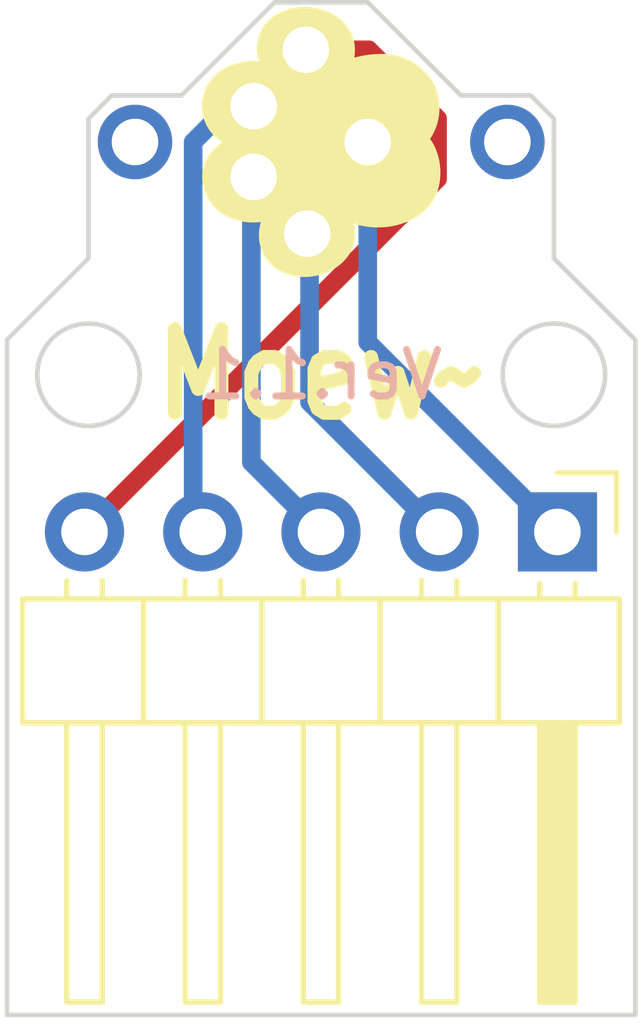
<source format=kicad_pcb>
(kicad_pcb (version 20211014) (generator pcbnew)
  (layers (0 "F.Cu" signal) (31 "B.Cu" signal) (34 "B.Paste" user) (35 "F.Paste" user) (36 "B.SilkS" user "B.Silkscreen") (37 "F.SilkS" user "F.Silkscreen") (38 "B.Mask" user) (39 "F.Mask" user) (44 "Edge.Cuts" user))
  (net 0 "")
  (net 1 "Net-(J1-Pad1)")
  (net 2 "Net-(J1-Pad2)")
  (net 3 "Net-(J1-Pad3)")
  (net 4 "Net-(J1-Pad4)")
  (net 5 "Net-(J1-Pad5)")
  (footprint "Connector_PinHeader_2.54mm:PinHeader_1x05_P2.54mm_Horizontal" (layer "F.Cu") (at 172.075 107.625 -90)
    (fp_text reference "J1" hide)
    (fp_text value "Conn_01x05_Male" hide)
    (fp_line (start 4.1 2.16) (end 10.1 2.16) (layer "F.SilkS") (width 0.12))
    (fp_line (start 1.11 0.38) (end 1.44 0.38) (layer "F.SilkS") (width 0.12))
    (fp_line (start 10.1 -0.38) (end 10.1 0.38) (layer "F.SilkS") (width 0.12))
    (fp_line (start 4.1 11.49) (end 4.1 -1.33) (layer "F.SilkS") (width 0.12))
    (fp_line (start 4.1 7.24) (end 10.1 7.24) (layer "F.SilkS") (width 0.12))
    (fp_line (start 4.1 9.78) (end 10.1 9.78) (layer "F.SilkS") (width 0.12))
    (fp_line (start 4.1 -0.2) (end 10.1 -0.2) (layer "F.SilkS") (width 0.12))
    (fp_line (start 10.1 10.54) (end 4.1 10.54) (layer "F.SilkS") (width 0.12))
    (fp_line (start 1.44 11.49) (end 4.1 11.49) (layer "F.SilkS") (width 0.12))
    (fp_line (start 1.042929 8) (end 1.44 8) (layer "F.SilkS") (width 0.12))
    (fp_line (start 10.1 8) (end 4.1 8) (layer "F.SilkS") (width 0.12))
    (fp_line (start 1.44 8.89) (end 4.1 8.89) (layer "F.SilkS") (width 0.12))
    (fp_line (start 10.1 2.16) (end 10.1 2.92) (layer "F.SilkS") (width 0.12))
    (fp_line (start 1.042929 7.24) (end 1.44 7.24) (layer "F.SilkS") (width 0.12))
    (fp_line (start 4.1 -1.33) (end 1.44 -1.33) (layer "F.SilkS") (width 0.12))
    (fp_line (start 4.1 0.16) (end 10.1 0.16) (layer "F.SilkS") (width 0.12))
    (fp_line (start 1.44 3.81) (end 4.1 3.81) (layer "F.SilkS") (width 0.12))
    (fp_line (start -1.27 0) (end -1.27 -1.27) (layer "F.SilkS") (width 0.12))
    (fp_line (start 10.1 9.78) (end 10.1 10.54) (layer "F.SilkS") (width 0.12))
    (fp_line (start 10.1 2.92) (end 4.1 2.92) (layer "F.SilkS") (width 0.12))
    (fp_line (start 1.042929 2.92) (end 1.44 2.92) (layer "F.SilkS") (width 0.12))
    (fp_line (start 4.1 -0.32) (end 10.1 -0.32) (layer "F.SilkS") (width 0.12))
    (fp_line (start 4.1 0.28) (end 10.1 0.28) (layer "F.SilkS") (width 0.12))
    (fp_line (start 1.11 -0.38) (end 1.44 -0.38) (layer "F.SilkS") (width 0.12))
    (fp_line (start 1.042929 10.54) (end 1.44 10.54) (layer "F.SilkS") (width 0.12))
    (fp_line (start 10.1 4.7) (end 10.1 5.46) (layer "F.SilkS") (width 0.12))
    (fp_line (start 4.1 4.7) (end 10.1 4.7) (layer "F.SilkS") (width 0.12))
    (fp_line (start 1.042929 4.7) (end 1.44 4.7) (layer "F.SilkS") (width 0.12))
    (fp_line (start 1.042929 5.46) (end 1.44 5.46) (layer "F.SilkS") (width 0.12))
    (fp_line (start 4.1 -0.08) (end 10.1 -0.08) (layer "F.SilkS") (width 0.12))
    (fp_line (start 1.042929 9.78) (end 1.44 9.78) (layer "F.SilkS") (width 0.12))
    (fp_line (start 10.1 7.24) (end 10.1 8) (layer "F.SilkS") (width 0.12))
    (fp_line (start 4.1 0.04) (end 10.1 0.04) (layer "F.SilkS") (width 0.12))
    (fp_line (start -1.27 -1.27) (end 0 -1.27) (layer "F.SilkS") (width 0.12))
    (fp_line (start 1.44 6.35) (end 4.1 6.35) (layer "F.SilkS") (width 0.12))
    (fp_line (start 1.44 1.27) (end 4.1 1.27) (layer "F.SilkS") (width 0.12))
    (fp_line (start 1.042929 2.16) (end 1.44 2.16) (layer "F.SilkS") (width 0.12))
    (fp_line (start 1.44 -1.33) (end 1.44 11.49) (layer "F.SilkS") (width 0.12))
    (fp_line (start 10.1 0.38) (end 4.1 0.38) (layer "F.SilkS") (width 0.12))
    (fp_line (start 10.1 5.46) (end 4.1 5.46) (layer "F.SilkS") (width 0.12))
    (fp_line (start 4.1 -0.38) (end 10.1 -0.38) (layer "F.SilkS") (width 0.12))
    (pad "1" thru_hole rect (at 0 0 270) (size 1.7 1.7) (drill 1) (layers *.Cu *.Mask) (net 1 "Net-(J1-Pad1)"))
    (pad "2" thru_hole oval (at 0 2.54 270) (size 1.7 1.7) (drill 1) (layers *.Cu *.Mask) (net 2 "Net-(J1-Pad2)"))
    (pad "3" thru_hole oval (at 0 5.08 270) (size 1.7 1.7) (drill 1) (layers *.Cu *.Mask) (net 3 "Net-(J1-Pad3)"))
    (pad "4" thru_hole oval (at 0 7.62 270) (size 1.7 1.7) (drill 1) (layers *.Cu *.Mask) (net 4 "Net-(J1-Pad4)"))
    (pad "5" thru_hole oval (at 0 10.16 270) (size 1.7 1.7) (drill 1) (layers *.Cu *.Mask) (net 5 "Net-(J1-Pad5)"))
  )
  (footprint "Local:moew_adapter" (layer "F.Cu") (at 167 99.25 90)
    (fp_text reference "J2" hide)
    (fp_text value "Conn_01x05_Male" hide)
    (fp_poly (pts (xy -2.155734 0.289718) (xy -2.191398 0.269556) (xy -2.225333 0.246418) (xy -2.257498 0.220495) (xy -2.287852 0.191979) (xy -2.316355 0.161061) (xy -2.342965 0.127933) (xy -2.367644 0.092786) (xy -2.390349 0.055811) (xy -2.41104 0.017201) (xy -2.429678 -0.022855) (xy -2.44622 -0.064163) (xy -2.460627 -0.106534) (xy -2.472858 -0.149774) (xy -2.482872 -0.193694) (xy -2.490629 -0.238101) (xy -2.496089 -0.282804) (xy -2.49921 -0.327612) (xy -2.499952 -0.372333) (xy -2.498274 -0.416775) (xy -2.494137 -0.460748) (xy -2.487499 -0.50406) (xy -2.478319 -0.546519) (xy -2.466558 -0.587934) (xy -2.452174 -0.628114) (xy -2.435127 -0.666866) (xy -2.415377 -0.704001) (xy -2.392882 -0.739325) (xy -2.367602 -0.772649) (xy -2.339498 -0.80378) (xy -2.308527 -0.832526) (xy -2.274649 -0.858698) (xy -2.237825 -0.882102) (xy -2.21519 -0.892844) (xy -2.192283 -0.902419) (xy -2.169142 -0.910838) (xy -2.145803 -0.918111) (xy -2.122303 -0.924248) (xy -2.098677 -0.929259) (xy -2.074964 -0.933153) (xy -2.051199 -0.935941) (xy -2.027419 -0.937633) (xy -2.003661 -0.938239) (xy -1.97996 -0.937769) (xy -1.956355 -0.936232) (xy -1.909575 -0.930001) (xy -1.863612 -0.919624) (xy -1.818761 -0.905183) (xy -1.775313 -0.886757) (xy -1.754207 -0.876075) (xy -1.733561 -0.864426) (xy -1.713413 -0.851821) (xy -1.693799 -0.838271) (xy -1.674755 -0.823783) (xy -1.656318 -0.80837) (xy -1.638525 -0.792041) (xy -1.621412 -0.774805) (xy -1.605015 -0.756673) (xy -1.589372 -0.737655) (xy -1.574519 -0.717761) (xy -1.560493 -0.697) (xy -1.532472 -0.651193) (xy -1.507995 -0.603946) (xy -1.487068 -0.555453) (xy -1.469694 -0.505905) (xy -1.45588 -0.455496) (xy -1.445629 -0.404418) (xy -1.438947 -0.352864) (xy -1.435838 -0.301026) (xy -1.436308 -0.249098) (xy -1.440362 -0.197271) (xy -1.448004 -0.145738) (xy -1.459239 -0.094692) (xy -1.474072 -0.044326) (xy -1.492508 0.005169) (xy -1.514551 0.053598) (xy -1.540208 0.10077) (xy -1.549916 0.115077) (xy -1.560081 0.12902) (xy -1.570691 0.142591) (xy -1.581735 0.155779) (xy -1.593203 0.168574) (xy -1.605083 0.180968) (xy -1.617366 0.19295) (xy -1.630039 0.204511) (xy -1.643092 0.215642) (xy -1.656514 0.226332) (xy -1.670294 0.236572) (xy -1.684421 0.246353) (xy -1.698885 0.255664) (xy -1.713674 0.264497) (xy -1.728777 0.272841) (xy -1.744184 0.280687) (xy -1.768383 0.293025) (xy -1.793123 0.3038) (xy -1.81833 0.313011) (xy -1.843933 0.320657) (xy -1.869859 0.326736) (xy -1.896036 0.331246) (xy -1.922391 0.334185) (xy -1.948854 0.335553) (xy -1.975351 0.335347) (xy -2.001811 0.333567) (xy -2.02816 0.330209) (xy -2.054328 0.325274) (xy -2.080241 0.318759) (xy -2.105828 0.310662) (xy -2.131016 0.300982) (xy -2.155734 0.289718)) (layer "F.SilkS") (width 0.8) (fill solid))
    (fp_poly (pts (xy 1.501684 -0.555007) (xy 1.51379 -0.59341) (xy 1.528305 -0.630626) (xy 1.545137 -0.666565) (xy 1.564196 -0.70114) (xy 1.58539 -0.73426) (xy 1.608628 -0.765837) (xy 1.633819 -0.795781) (xy 1.660871 -0.824003) (xy 1.689695 -0.850415) (xy 1.720197 -0.874926) (xy 1.752288 -0.897448) (xy 1.785876 -0.917893) (xy 1.82087 -0.93617) (xy 1.857179 -0.95219) (xy 1.894712 -0.965865) (xy 1.933377 -0.977105) (xy 1.96546 -0.981579) (xy 1.997481 -0.983722) (xy 2.02933 -0.983578) (xy 2.060899 -0.981194) (xy 2.092076 -0.976613) (xy 2.122754 -0.969881) (xy 2.152821 -0.961044) (xy 2.182168 -0.950145) (xy 2.210686 -0.937231) (xy 2.238265 -0.922347) (xy 2.264796 -0.905538) (xy 2.290168 -0.886848) (xy 2.314271 -0.866323) (xy 2.336997 -0.844008) (xy 2.358235 -0.819949) (xy 2.377877 -0.79419) (xy 2.401867 -0.757512) (xy 2.42321 -0.718372) (xy 2.441916 -0.677031) (xy 2.457994 -0.633746) (xy 2.471455 -0.588777) (xy 2.482307 -0.542383) (xy 2.490561 -0.494821) (xy 2.496227 -0.446352) (xy 2.499314 -0.397234) (xy 2.499832 -0.347725) (xy 2.497791 -0.298086) (xy 2.493201 -0.248574) (xy 2.486071 -0.199448) (xy 2.476412 -0.150968) (xy 2.464233 -0.103391) (xy 2.449543 -0.056978) (xy 2.432354 -0.011987) (xy 2.412674 0.031324) (xy 2.390513 0.072696) (xy 2.365881 0.111868) (xy 2.338788 0.148584) (xy 2.309244 0.182584) (xy 2.277258 0.213608) (xy 2.24284 0.241399) (xy 2.206001 0.265697) (xy 2.166749 0.286244) (xy 2.125095 0.30278) (xy 2.081048 0.315048) (xy 2.034619 0.322787) (xy 1.985816 0.325739) (xy 1.93465 0.323645) (xy 1.881131 0.316247) (xy 1.845305 0.308285) (xy 1.81116 0.298072) (xy 1.778682 0.28571) (xy 1.747859 0.271298) (xy 1.718677 0.254938) (xy 1.691121 0.23673) (xy 1.665179 0.216775) (xy 1.640838 0.195175) (xy 1.618083 0.172029) (xy 1.596902 0.147439) (xy 1.57728 0.121505) (xy 1.559205 0.094328) (xy 1.542663 0.06601) (xy 1.52764 0.036649) (xy 1.514123 0.006349) (xy 1.502098 -0.024792) (xy 1.491553 -0.056671) (xy 1.482473 -0.089189) (xy 1.474845 -0.122244) (xy 1.468655 -0.155735) (xy 1.463891 -0.189563) (xy 1.460538 -0.223625) (xy 1.458584 -0.257822) (xy 1.458014 -0.292052) (xy 1.458815 -0.326215) (xy 1.460974 -0.36021) (xy 1.464477 -0.393936) (xy 1.469311 -0.427293) (xy 1.475462 -0.460179) (xy 1.482917 -0.492494) (xy 1.491662 -0.524137) (xy 1.501684 -0.555007)) (layer "F.SilkS") (width 0.8) (fill solid))
    (fp_poly (pts (xy 1.006455 -2.106592) (xy 1.035238 -2.089187) (xy 1.062929 -2.070385) (xy 1.089488 -2.050241) (xy 1.114874 -2.02881) (xy 1.139047 -2.006146) (xy 1.161966 -1.982303) (xy 1.183593 -1.957337) (xy 1.203885 -1.931301) (xy 1.222803 -1.90425) (xy 1.240307 -1.876238) (xy 1.256356 -1.847321) (xy 1.27091 -1.817552) (xy 1.283929 -1.786987) (xy 1.295373 -1.755679) (xy 1.3052 -1.723684) (xy 1.313372 -1.691055) (xy 1.322905 -1.647627) (xy 1.330466 -1.60397) (xy 1.33606 -1.560151) (xy 1.339697 -1.516233) (xy 1.341384 -1.472281) (xy 1.341127 -1.42836) (xy 1.338936 -1.384533) (xy 1.334816 -1.340866) (xy 1.328776 -1.297423) (xy 1.320824 -1.254268) (xy 1.310966 -1.211466) (xy 1.299211 -1.169082) (xy 1.285565 -1.12718) (xy 1.270036 -1.085824) (xy 1.252633 -1.045079) (xy 1.233361 -1.00501) (xy 1.219169 -0.982096) (xy 1.204028 -0.960116) (xy 1.18798 -0.939082) (xy 1.171065 -0.919004) (xy 1.153326 -0.899897) (xy 1.134805 -0.881771) (xy 1.115542 -0.864639) (xy 1.095579 -0.848513) (xy 1.074958 -0.833405) (xy 1.05372 -0.819327) (xy 1.031907 -0.806292) (xy 1.009561 -0.794312) (xy 0.986722 -0.783398) (xy 0.963432 -0.773563) (xy 0.939734 -0.764819) (xy 0.915668 -0.757178) (xy 0.891276 -0.750653) (xy 0.866599 -0.745255) (xy 0.841679 -0.740996) (xy 0.816558 -0.737889) (xy 0.791277 -0.735946) (xy 0.765878 -0.735179) (xy 0.740401 -0.7356) (xy 0.71489 -0.737222) (xy 0.689384 -0.740056) (xy 0.663926 -0.744114) (xy 0.638558 -0.749409) (xy 0.61332 -0.755953) (xy 0.588255 -0.763758) (xy 0.563403 -0.772836) (xy 0.538807 -0.783199) (xy 0.514507 -0.794859) (xy 0.479556 -0.814193) (xy 0.446922 -0.83553) (xy 0.416558 -0.858765) (xy 0.388418 -0.883791) (xy 0.362455 -0.910503) (xy 0.338622 -0.938794) (xy 0.316873 -0.968557) (xy 0.29716 -0.999688) (xy 0.279438 -1.032079) (xy 0.263658 -1.065625) (xy 0.249776 -1.100219) (xy 0.237743 -1.135756) (xy 0.227514 -1.172128) (xy 0.219041 -1.20923) (xy 0.212277 -1.246955) (xy 0.207177 -1.285198) (xy 0.203692 -1.323852) (xy 0.201778 -1.362811) (xy 0.20247 -1.44122) (xy 0.208879 -1.519576) (xy 0.220632 -1.597027) (xy 0.237354 -1.672727) (xy 0.258673 -1.745824) (xy 0.284213 -1.815469) (xy 0.313601 -1.880814) (xy 0.323245 -1.898637) (xy 0.333508 -1.915972) (xy 0.344371 -1.932809) (xy 0.355815 -1.949138) (xy 0.367822 -1.96495) (xy 0.380373 -1.980234) (xy 0.39345 -1.994981) (xy 0.407033 -2.009181) (xy 0.421105 -2.022823) (xy 0.435647 -2.035898) (xy 0.45064 -2.048396) (xy 0.466066 -2.060306) (xy 0.481906 -2.07162) (xy 0.498142 -2.082327) (xy 0.514754 -2.092417) (xy 0.531724 -2.101881) (xy 0.549034 -2.110708) (xy 0.566666 -2.118888) (xy 0.584599 -2.126412) (xy 0.602817 -2.133269) (xy 0.6213 -2.13945) (xy 0.640029 -2.144945) (xy 0.658987 -2.149743) (xy 0.678154 -2.153836) (xy 0.697513 -2.157212) (xy 0.717043 -2.159863) (xy 0.736728 -2.161778) (xy 0.756547 -2.162947) (xy 0.776483 -2.16336) (xy 0.796517 -2.163008) (xy 0.816631 -2.16188) (xy 0.836805 -2.159967) (xy 0.847909 -2.158478) (xy 0.858965 -2.156737) (xy 0.86997 -2.154744) (xy 0.88092 -2.152502) (xy 0.89181 -2.150012) (xy 0.902635 -2.147274) (xy 0.913393 -2.14429) (xy 0.924078 -2.141062) (xy 0.934687 -2.137591) (xy 0.945215 -2.133878) (xy 0.955659 -2.129924) (xy 0.966013 -2.125731) (xy 0.976274 -2.1213) (xy 0.986437 -2.116632) (xy 0.996499 -2.111729) (xy 1.006455 -2.106592)) (layer "F.SilkS") (width 0.8) (fill solid))
    (fp_poly (pts (xy -1.282575 -1.750463) (xy -1.275234 -1.773602) (xy -1.266977 -1.796242) (xy -1.257828 -1.818366) (xy -1.247813 -1.839956) (xy -1.236957 -1.860995) (xy -1.225283 -1.881465) (xy -1.212816 -1.901348) (xy -1.199581 -1.920627) (xy -1.185604 -1.939284) (xy -1.170907 -1.957301) (xy -1.155517 -1.974662) (xy -1.139457 -1.991347) (xy -1.122752 -2.007339) (xy -1.105428 -2.022622) (xy -1.087508 -2.037176) (xy -1.069017 -2.050986) (xy -1.04998 -2.064032) (xy -1.030422 -2.076297) (xy -1.010367 -2.087764) (xy -0.98984 -2.098415) (xy -0.968865 -2.108233) (xy -0.947468 -2.117199) (xy -0.925672 -2.125296) (xy -0.903503 -2.132506) (xy -0.880985 -2.138813) (xy -0.858143 -2.144197) (xy -0.835001 -2.148642) (xy -0.811585 -2.15213) (xy -0.787918 -2.154643) (xy -0.764025 -2.156164) (xy -0.739932 -2.156674) (xy -0.715662 -2.156157) (xy -0.661946 -2.147831) (xy -0.611072 -2.133868) (xy -0.563061 -2.114607) (xy -0.517937 -2.090388) (xy -0.475722 -2.061548) (xy -0.436437 -2.028428) (xy -0.400107 -1.991366) (xy -0.366752 -1.950702) (xy -0.336396 -1.906775) (xy -0.309061 -1.859924) (xy -0.284769 -1.810488) (xy -0.263543 -1.758806) (xy -0.245405 -1.705217) (xy -0.230377 -1.650061) (xy -0.218483 -1.593676) (xy -0.209744 -1.536402) (xy -0.204183 -1.478578) (xy -0.201823 -1.420543) (xy -0.202685 -1.362636) (xy -0.206792 -1.305197) (xy -0.214167 -1.248563) (xy -0.224832 -1.193076) (xy -0.238809 -1.139073) (xy -0.256121 -1.086893) (xy -0.276791 -1.036877) (xy -0.30084 -0.989362) (xy -0.328291 -0.944689) (xy -0.359167 -0.903196) (xy -0.39349 -0.865223) (xy -0.431283 -0.831108) (xy -0.472567 -0.801191) (xy -0.517365 -0.77581) (xy -0.572854 -0.75108) (xy -0.626773 -0.732306) (xy -0.679077 -0.719247) (xy -0.729718 -0.711666) (xy -0.77865 -0.709321) (xy -0.825826 -0.711974) (xy -0.871199 -0.719385) (xy -0.914722 -0.731315) (xy -0.956348 -0.747523) (xy -0.996031 -0.767772) (xy -1.033724 -0.79182) (xy -1.069379 -0.819429) (xy -1.102951 -0.850359) (xy -1.134392 -0.88437) (xy -1.163655 -0.921223) (xy -1.190694 -0.960679) (xy -1.215461 -1.002498) (xy -1.237911 -1.04644) (xy -1.257995 -1.092266) (xy -1.275668 -1.139736) (xy -1.290882 -1.188612) (xy -1.303591 -1.238652) (xy -1.313747 -1.289619) (xy -1.321304 -1.341272) (xy -1.326216 -1.393372) (xy -1.328434 -1.445679) (xy -1.327913 -1.497954) (xy -1.324606 -1.549957) (xy -1.318465 -1.601449) (xy -1.309444 -1.652191) (xy -1.297496 -1.701942) (xy -1.282575 -1.750463)) (layer "F.SilkS") (width 0.8) (fill solid))
    (fp_poly (pts (xy 0.03586 1.917326) (xy 0.030427 1.917326) (xy 0.01918 1.918126) (xy 0.008198 1.919508) (xy -0.002535 1.921441) (xy -0.013033 1.923892) (xy -0.023311 1.926832) (xy -0.033383 1.93023) (xy -0.043264 1.934053) (xy -0.052969 1.938272) (xy -0.071908 1.947772) (xy -0.090318 1.95848) (xy -0.108315 1.970148) (xy -0.126017 1.982528) (xy -0.196213 2.034206) (xy -0.214196 2.046423) (xy -0.232586 2.057862) (xy -0.2515 2.068276) (xy -0.261191 2.073021) (xy -0.271057 2.077416) (xy -0.310114 2.094281) (xy -0.349755 2.109278) (xy -0.389915 2.122404) (xy -0.430528 2.133655) (xy -0.471528 2.143025) (xy -0.512851 2.15051) (xy -0.554429 2.156107) (xy -0.596199 2.159811) (xy -0.638093 2.161618) (xy -0.680046 2.161522) (xy -0.721993 2.159521) (xy -0.763869 2.15561) (xy -0.805606 2.149783) (xy -0.847141 2.142038) (xy -0.888407 2.132369) (xy -0.929338 2.120773) (xy -0.960545 2.108025) (xy -0.990966 2.093833) (xy -1.020557 2.078236) (xy -1.049277 2.061275) (xy -1.077082 2.042989) (xy -1.103929 2.023418) (xy -1.129776 2.002602) (xy -1.154581 1.980581) (xy -1.1783 1.957395) (xy -1.20089 1.933083) (xy -1.222309 1.907685) (xy -1.242514 1.881242) (xy -1.261462 1.853793) (xy -1.279111 1.825378) (xy -1.295417 1.796036) (xy -1.310338 1.765808) (xy -1.341009 1.697859) (xy -1.367141 1.629503) (xy -1.388856 1.560821) (xy -1.406275 1.491892) (xy -1.41952 1.422794) (xy -1.428712 1.353607) (xy -1.433973 1.284412) (xy -1.435424 1.215286) (xy -1.433187 1.146309) (xy -1.427382 1.077561) (xy -1.418132 1.00912) (xy -1.405558 0.941067) (xy -1.389782 0.87348) (xy -1.370923 0.806439) (xy -1.324449 0.674311) (xy -1.267107 0.545318) (xy -1.199869 0.420095) (xy -1.123707 0.299276) (xy -1.039591 0.183495) (xy -0.948493 0.073387) (xy -0.851385 -0.030413) (xy -0.749239 -0.127271) (xy -0.643025 -0.216553) (xy -0.614659 -0.24076) (xy -0.585703 -0.264186) (xy -0.556173 -0.286821) (xy -0.526085 -0.308657) (xy -0.495457 -0.329683) (xy -0.464306 -0.34989) (xy -0.432647 -0.369269) (xy -0.400498 -0.387811) (xy -0.367875 -0.405506) (xy -0.334795 -0.422345) (xy -0.301275 -0.438318) (xy -0.267331 -0.453417) (xy -0.23298 -0.467632) (xy -0.198239 -0.480953) (xy -0.163125 -0.493371) (xy -0.127653 -0.504878) (xy -0.093564 -0.512301) (xy -0.059444 -0.517579) (xy -0.025317 -0.520792) (xy 0.008794 -0.52202) (xy 0.042863 -0.521343) (xy 0.076866 -0.518842) (xy 0.11078 -0.514597) (xy 0.144579 -0.508688) (xy 0.178241 -0.501195) (xy 0.21174 -0.492199) (xy 0.278153 -0.470016) (xy 0.343626 -0.442783) (xy 0.407965 -0.41114) (xy 0.470975 -0.37573) (xy 0.532463 -0.337194) (xy 0.592235 -0.296175) (xy 0.650097 -0.253314) (xy 0.705856 -0.209253) (xy 0.759317 -0.164634) (xy 0.858572 -0.076289) (xy 0.935548 -0.006464) (xy 1.007986 0.067211) (xy 1.075788 0.144512) (xy 1.138856 0.225213) (xy 1.197092 0.309088) (xy 1.250398 0.395912) (xy 1.298675 0.48546) (xy 1.341825 0.577507) (xy 1.379752 0.671826) (xy 1.412356 0.768193) (xy 1.439539 0.866381) (xy 1.461203 0.966166) (xy 1.477251 1.067323) (xy 1.487584 1.169625) (xy 1.492104 1.272848) (xy 1.490713 1.376765) (xy 1.485903 1.428226) (xy 1.478117 1.478995) (xy 1.467419 1.528962) (xy 1.453876 1.578014) (xy 1.437553 1.626039) (xy 1.418516 1.672925) (xy 1.39683 1.718559) (xy 1.372563 1.76283) (xy 1.345779 1.805625) (xy 1.316543 1.846832) (xy 1.284923 1.886339) (xy 1.250983 1.924034) (xy 1.21479 1.959805) (xy 1.176409 1.993539) (xy 1.135905 2.025125) (xy 1.093346 2.05445) (xy 1.04504 2.077186) (xy 0.995722 2.096492) (xy 0.945564 2.112379) (xy 0.894735 2.124854) (xy 0.843405 2.133927) (xy 0.791744 2.139608) (xy 0.739922 2.141904) (xy 0.68811 2.140826) (xy 0.636478 2.136382) (xy 0.585196 2.128582) (xy 0.534433 2.117434) (xy 0.484361 2.102948) (xy 0.435149 2.085132) (xy 0.386967 2.063996) (xy 0.339985 2.039549) (xy 0.294374 2.0118) (xy 0.279911 2.001979) (xy 0.265159 1.992658) (xy 0.250134 1.983841) (xy 0.234847 1.975533) (xy 0.219313 1.96774) (xy 0.203544 1.960465) (xy 0.187554 1.953715) (xy 0.171355 1.947493) (xy 0.154962 1.941804) (xy 0.138387 1.936654) (xy 0.121643 1.932046) (xy 0.104744 1.927987) (xy 0.087703 1.924481) (xy 0.070533 1.921532) (xy 0.053248 1.919145) (xy 0.03586 1.917326)) (layer "F.SilkS") (width 0.8) (fill solid))
    (pad "1" thru_hole circle (at 0 1 90) (size 1.6 1.6) (drill 1) (layers *.Cu *.Mask) (net 1 "Net-(J1-Pad1)"))
    (pad "2" thru_hole custom (at -1.97 -0.3 90) (size 1 1) (drill 1) (layers *.Cu *.Mask) (net 2 "Net-(J1-Pad2)") (options (clearance outline) (anchor circle)) (primitives (gr_poly (pts (xy 0.445878 -0.421412) (xy 0.430645 -0.443986) (xy 0.414509 -0.465614) (xy 0.397511 -0.486284) (xy 0.379691 -0.505985) (xy 0.361089 -0.524707) (xy 0.341745 -0.542439) (xy 0.3217 -0.559171) (xy 0.300993 -0.57489) (xy 0.279666 -0.589587) (xy 0.257757 -0.60325) (xy 0.235307 -0.615868) (xy 0.212357 -0.627432) (xy 0.188946 -0.637929) (xy 0.165114 -0.64735) (xy 0.140902 -0.655682) (xy 0.11635 -0.662916) (xy 0.091498 -0.66904) (xy 0.066387 -0.674044) (xy 0.041055 -0.677917) (xy 0.015544 -0.680647) (xy -0.010107 -0.682225) (xy -0.035856 -0.682639) (xy -0.061665 -0.681878) (xy -0.087493 -0.679932) (xy -0.1133 -0.676789) (xy -0.139045 -0.672439) (xy -0.164689 -0.666871) (xy -0.190191 -0.660073) (xy -0.215511 -0.652036) (xy -0.240609 -0.642749) (xy -0.265445 -0.6322) (xy -0.289979 -0.620378) (xy -0.307933 -0.60833) (xy -0.325381 -0.59573) (xy -0.342315 -0.582595) (xy -0.358726 -0.568942) (xy -0.374608 -0.554787) (xy -0.389951 -0.540145) (xy -0.404748 -0.525034) (xy -0.418991 -0.509469) (xy -0.432672 -0.493466) (xy -0.445784 -0.477043) (xy -0.458317 -0.460215) (xy -0.470264 -0.442998) (xy -0.481617 -0.425409) (xy -0.492368 -0.407464) (xy -0.50251 -0.389179) (xy -0.512033 -0.370571) (xy -0.52093 -0.351655) (xy -0.529194 -0.332449) (xy -0.536816 -0.312967) (xy -0.543788 -0.293227) (xy -0.550102 -0.273245) (xy -0.55575 -0.253037) (xy -0.560725 -0.23262) (xy -0.565018 -0.212009) (xy -0.568621 -0.19122) (xy -0.571526 -0.170271) (xy -0.573726 -0.149177) (xy -0.575212 -0.127955) (xy -0.575976 -0.10662) (xy -0.576011 -0.08519) (xy -0.575308 -0.06368) (xy -0.573859 -0.042106) (xy -0.572962 0.008844) (xy -0.568762 0.059235) (xy -0.561337 0.108929) (xy -0.550762 0.157789) (xy -0.537111 0.205677) (xy -0.520461 0.252456) (xy -0.500888 0.297988) (xy -0.478465 0.342136) (xy -0.45327 0.384762) (xy -0.425377 0.425728) (xy -0.394861 0.464898) (xy -0.361799 0.502134) (xy -0.326266 0.537298) (xy -0.288337 0.570252) (xy -0.248088 0.60086) (xy -0.205593 0.628983) (xy -0.193388 0.635046) (xy -0.181026 0.640733) (xy -0.168517 0.646041) (xy -0.155869 0.650968) (xy -0.14309 0.655513) (xy -0.130191 0.659673) (xy -0.11718 0.663446) (xy -0.104065 0.66683) (xy -0.090855 0.669823) (xy -0.077559 0.672423) (xy -0.064186 0.674627) (xy -0.050744 0.676433) (xy -0.037243 0.67784) (xy -0.023691 0.678845) (xy -0.010097 0.679446) (xy 0.003531 0.679641) (xy 0.038369 0.677854) (xy 0.072803 0.673973) (xy 0.106751 0.668044) (xy 0.140131 0.660111) (xy 0.17286 0.65022) (xy 0.204858 0.638415) (xy 0.236042 0.624742) (xy 0.26633 0.609245) (xy 0.295641 0.59197) (xy 0.323891 0.572962) (xy 0.351 0.552266) (xy 0.376886 0.529927) (xy 0.401465 0.50599) (xy 0.424657 0.4805) (xy 0.44638 0.453502) (xy 0.466551 0.425041) (xy 0.493921 0.375041) (xy 0.517447 0.323694) (xy 0.537132 0.271205) (xy 0.552982 0.21778) (xy 0.565002 0.163625) (xy 0.573197 0.108946) (xy 0.577572 0.053948) (xy 0.578132 -0.001163) (xy 0.574883 -0.05618) (xy 0.567828 -0.110899) (xy 0.556973 -0.165113) (xy 0.542324 -0.218617) (xy 0.523885 -0.271204) (xy 0.501661 -0.32267) (xy 0.475657 -0.372808)) (width 0.1) (fill yes))))
    (pad "3" thru_hole custom (at -0.75 -1.45 90) (size 1 1) (drill 1) (layers *.Cu *.Mask) (net 3 "Net-(J1-Pad3)") (options (clearance outline) (anchor circle)) (primitives (gr_poly (pts (xy -0.027256 0.784397) (xy -0.009031 0.783813) (xy 0.009144 0.782706) (xy 0.027257 0.781079) (xy 0.045297 0.778934) (xy 0.063254 0.776275) (xy 0.081116 0.773103) (xy 0.098873 0.769423) (xy 0.116513 0.765236) (xy 0.134026 0.760546) (xy 0.151401 0.755354) (xy 0.168628 0.749665) (xy 0.185694 0.74348) (xy 0.20259 0.736803) (xy 0.219304 0.729635) (xy 0.235825 0.721981) (xy 0.252143 0.713842) (xy 0.278068 0.695523) (xy 0.303092 0.676314) (xy 0.327202 0.656248) (xy 0.350386 0.635356) (xy 0.372632 0.613672) (xy 0.393929 0.591228) (xy 0.414264 0.568056) (xy 0.433624 0.544189) (xy 0.451999 0.51966) (xy 0.469375 0.4945) (xy 0.485741 0.468742) (xy 0.501085 0.442419) (xy 0.515394 0.415563) (xy 0.528657 0.388206) (xy 0.540861 0.360382) (xy 0.551994 0.332123) (xy 0.562045 0.30346) (xy 0.571 0.274427) (xy 0.578849 0.245056) (xy 0.585579 0.215379) (xy 0.591177 0.185429) (xy 0.595633 0.155239) (xy 0.598933 0.12484) (xy 0.601066 0.094266) (xy 0.602019 0.063549) (xy 0.60178 0.03272) (xy 0.600339 0.001814) (xy 0.597681 -0.029138) (xy 0.593796 -0.060104) (xy 0.58867 -0.09105) (xy 0.582293 -0.121945) (xy 0.574652 -0.152756) (xy 0.572092 -0.180546) (xy 0.568387 -0.208004) (xy 0.563559 -0.235105) (xy 0.557632 -0.261823) (xy 0.550629 -0.288131) (xy 0.542573 -0.314005) (xy 0.533486 -0.339419) (xy 0.523392 -0.364346) (xy 0.512314 -0.388762) (xy 0.500275 -0.41264) (xy 0.473406 -0.458682) (xy 0.442969 -0.502265) (xy 0.409149 -0.543184) (xy 0.37213 -0.581234) (xy 0.332097 -0.616209) (xy 0.289234 -0.647904) (xy 0.266799 -0.662457) (xy 0.243725 -0.676112) (xy 0.220037 -0.688845) (xy 0.195756 -0.700629) (xy 0.170906 -0.711438) (xy 0.14551 -0.721248) (xy 0.11959 -0.730031) (xy 0.093171 -0.737764) (xy 0.066275 -0.744419) (xy 0.038925 -0.749971) (xy 0.0127 -0.750777) (xy -0.013341 -0.75046) (xy -0.039171 -0.74904) (xy -0.064762 -0.746536) (xy -0.090089 -0.742968) (xy -0.115122 -0.738354) (xy -0.164203 -0.726068) (xy -0.211788 -0.709833) (xy -0.257659 -0.689801) (xy -0.301599 -0.666129) (xy -0.343391 -0.63897) (xy -0.382817 -0.608478) (xy -0.419661 -0.574808) (xy -0.453704 -0.538113) (xy -0.484729 -0.498549) (xy -0.51252 -0.45627) (xy -0.525134 -0.43416) (xy -0.536858 -0.411429) (xy -0.547665 -0.388096) (xy -0.557527 -0.364181) (xy -0.566417 -0.339702) (xy -0.574308 -0.31468) (xy -0.593501 -0.250679) (xy -0.608082 -0.186067) (xy -0.618103 -0.121066) (xy -0.623613 -0.055902) (xy -0.624664 0.009203) (xy -0.621304 0.074024) (xy -0.613585 0.138338) (xy -0.601557 0.201919) (xy -0.585269 0.264546) (xy -0.564773 0.325992) (xy -0.540118 0.386036) (xy -0.511354 0.444452) (xy -0.478533 0.501016) (xy -0.441703 0.555505) (xy -0.400916 0.607695) (xy -0.356221 0.657362) (xy -0.339019 0.672255) (xy -0.321212 0.686282) (xy -0.302835 0.699428) (xy -0.283922 0.711682) (xy -0.264505 0.723031) (xy -0.244618 0.73346) (xy -0.224295 0.742958) (xy -0.203569 0.751512) (xy -0.182472 0.759109) (xy -0.16104 0.765735) (xy -0.139305 0.771379) (xy -0.1173 0.776026) (xy -0.09506 0.779664) (xy -0.072617 0.782281) (xy -0.050005 0.783863)) (width 0.1) (fill yes))))
    (pad "4" thru_hole custom (at 0.77 -1.45 90) (size 1 1) (drill 1) (layers *.Cu *.Mask) (net 4 "Net-(J1-Pad4)") (options (clearance outline) (anchor circle)) (primitives (gr_poly (pts (xy -0.275636 0.694474) (xy -0.259863 0.702191) (xy -0.243894 0.709428) (xy -0.22774 0.716183) (xy -0.211412 0.722452) (xy -0.19492 0.728234) (xy -0.178277 0.733526) (xy -0.161492 0.738324) (xy -0.144577 0.742627) (xy -0.127543 0.746432) (xy -0.110402 0.749735) (xy -0.093163 0.752536) (xy -0.075838 0.75483) (xy -0.058439 0.756615) (xy -0.040976 0.757889) (xy -0.02346 0.758648) (xy -0.005903 0.758891) (xy 0.033261 0.757976) (xy 0.071952 0.754446) (xy 0.11006 0.748364) (xy 0.147475 0.739796) (xy 0.184085 0.728804) (xy 0.219778 0.715453) (xy 0.254445 0.699808) (xy 0.287974 0.68193) (xy 0.320254 0.661886) (xy 0.351174 0.639738) (xy 0.380623 0.615551) (xy 0.408491 0.589388) (xy 0.434665 0.561314) (xy 0.459036 0.531393) (xy 0.481492 0.499688) (xy 0.501922 0.466263) (xy 0.522028 0.424337) (xy 0.540191 0.381708) (xy 0.556402 0.338445) (xy 0.570654 0.294614) (xy 0.582938 0.250282) (xy 0.593248 0.205515) (xy 0.601574 0.160381) (xy 0.60791 0.114945) (xy 0.612247 0.069276) (xy 0.614577 0.023439) (xy 0.614894 -0.022499) (xy 0.613188 -0.06847) (xy 0.609452 -0.114408) (xy 0.603679 -0.160247) (xy 0.59586 -0.205918) (xy 0.585988 -0.251357) (xy 0.577209 -0.286267) (xy 0.566658 -0.320497) (xy 0.554376 -0.353989) (xy 0.540409 -0.386684) (xy 0.524798 -0.418523) (xy 0.507586 -0.449449) (xy 0.488819 -0.479403) (xy 0.468537 -0.508327) (xy 0.446785 -0.536161) (xy 0.423607 -0.562848) (xy 0.399044 -0.58833) (xy 0.373141 -0.612547) (xy 0.34594 -0.635442) (xy 0.317486 -0.656957) (xy 0.28782 -0.677032) (xy 0.256987 -0.695609) (xy 0.256988 -0.695785) (xy 0.246139 -0.701344) (xy 0.235178 -0.706651) (xy 0.224107 -0.711704) (xy 0.212932 -0.716501) (xy 0.201657 -0.721043) (xy 0.190286 -0.725327) (xy 0.178825 -0.729351) (xy 0.167276 -0.733115) (xy 0.155646 -0.736617) (xy 0.143938 -0.739855) (xy 0.132157 -0.742829) (xy 0.120307 -0.745536) (xy 0.108393 -0.747976) (xy 0.096418 -0.750147) (xy 0.084389 -0.752047) (xy 0.072309 -0.753676) (xy 0.028543 -0.757015) (xy -0.01488 -0.756979) (xy -0.057796 -0.753654) (xy -0.100045 -0.747128) (xy -0.141464 -0.737485) (xy -0.181892 -0.724813) (xy -0.221166 -0.709199) (xy -0.259124 -0.690727) (xy -0.295605 -0.669486) (xy -0.330445 -0.645562) (xy -0.363484 -0.61904) (xy -0.394559 -0.590007) (xy -0.423508 -0.558551) (xy -0.450169 -0.524756) (xy -0.474381 -0.48871) (xy -0.49598 -0.450499) (xy -0.525445 -0.385151) (xy -0.551555 -0.314611) (xy -0.573795 -0.239815) (xy -0.591647 -0.161698) (xy -0.604595 -0.081194) (xy -0.612123 0.000761) (xy -0.613714 0.083233) (xy -0.608852 0.165286) (xy -0.597019 0.245987) (xy -0.588327 0.285538) (xy -0.577699 0.324399) (xy -0.565071 0.362456) (xy -0.550377 0.399589) (xy -0.533553 0.435683) (xy -0.514534 0.470621) (xy -0.493257 0.504286) (xy -0.469656 0.536561) (xy -0.443666 0.567328) (xy -0.415224 0.596472) (xy -0.384264 0.623876) (xy -0.350723 0.649422) (xy -0.314535 0.672994)) (width 0.1) (fill yes))))
    (pad "5" thru_hole custom (at 1.98 -0.33 90) (size 1 1) (drill 1) (layers *.Cu *.Mask) (net 5 "Net-(J1-Pad5)") (options (clearance outline) (anchor circle)) (primitives (gr_poly (pts (xy 0.433613 -0.489943) (xy 0.423014 -0.504265) (xy 0.411966 -0.518128) (xy 0.400484 -0.531528) (xy 0.388583 -0.544456) (xy 0.376277 -0.556908) (xy 0.363581 -0.568878) (xy 0.35051 -0.580358) (xy 0.33708 -0.591343) (xy 0.323304 -0.601828) (xy 0.309199 -0.611805) (xy 0.280056 -0.630213) (xy 0.249772 -0.646519) (xy 0.218464 -0.660673) (xy 0.186252 -0.672628) (xy 0.153254 -0.682334) (xy 0.11959 -0.689742) (xy 0.102546 -0.692569) (xy 0.085379 -0.694803) (xy 0.068105 -0.696438) (xy 0.050739 -0.697469) (xy 0.033296 -0.697888) (xy 0.01579 -0.69769) (xy -0.001763 -0.696868) (xy -0.019349 -0.695417) (xy -0.036953 -0.693331) (xy -0.05456 -0.690602) (xy -0.096188 -0.678846) (xy -0.136608 -0.664449) (xy -0.175721 -0.647507) (xy -0.213429 -0.628118) (xy -0.24963 -0.606377) (xy -0.284226 -0.582382) (xy -0.317117 -0.556229) (xy -0.348204 -0.528014) (xy -0.377386 -0.497833) (xy -0.404564 -0.465784) (xy -0.429639 -0.431962) (xy -0.452511 -0.396465) (xy -0.473081 -0.359388) (xy -0.491248 -0.320829) (xy -0.506914 -0.280883) (xy -0.519979 -0.239647) (xy -0.533318 -0.197974) (xy -0.544416 -0.155867) (xy -0.553282 -0.113413) (xy -0.55992 -0.070697) (xy -0.564338 -0.027805) (xy -0.566543 0.015175) (xy -0.56654 0.058159) (xy -0.564337 0.10106) (xy -0.559941 0.143792) (xy -0.553357 0.186268) (xy -0.544593 0.228404) (xy -0.533655 0.270112) (xy -0.52055 0.311306) (xy -0.505285 0.351901) (xy -0.487865 0.39181) (xy -0.468298 0.430947) (xy -0.453502 0.456003) (xy -0.437415 0.480055) (xy -0.420091 0.503064) (xy -0.401585 0.524991) (xy -0.38195 0.545797) (xy -0.36124 0.565445) (xy -0.33951 0.583895) (xy -0.316813 0.601108) (xy -0.293203 0.617047) (xy -0.268735 0.631672) (xy -0.243461 0.644945) (xy -0.217437 0.656827) (xy -0.190716 0.66728) (xy -0.163352 0.676264) (xy -0.135399 0.683742) (xy -0.106912 0.689674) (xy -0.093515 0.692056) (xy -0.080072 0.694128) (xy -0.066588 0.695889) (xy -0.05307 0.697338) (xy -0.039521 0.698475) (xy -0.025948 0.6993) (xy -0.012356 0.699812) (xy 0.001249 0.70001) (xy 0.034581 0.698827) (xy 0.067498 0.695463) (xy 0.099911 0.689973) (xy 0.131728 0.682407) (xy 0.162858 0.67282) (xy 0.193211 0.661264) (xy 0.222695 0.647791) (xy 0.25122 0.632455) (xy 0.278694 0.615308) (xy 0.305027 0.596404) (xy 0.330128 0.575793) (xy 0.353906 0.553531) (xy 0.376269 0.529668) (xy 0.397128 0.504258) (xy 0.41639 0.477355) (xy 0.433966 0.449009) (xy 0.464606 0.394051) (xy 0.491157 0.337599) (xy 0.513619 0.279867) (xy 0.531993 0.221069) (xy 0.546279 0.161418) (xy 0.556476 0.101128) (xy 0.562585 0.040412) (xy 0.564606 -0.020516) (xy 0.562539 -0.081442) (xy 0.556385 -0.142154) (xy 0.546142 -0.202436) (xy 0.531811 -0.262076) (xy 0.513393 -0.320861) (xy 0.490887 -0.378576) (xy 0.464294 -0.435008)) (width 0.1) (fill yes))))
    (pad "NC" thru_hole circle (at 0 -4 90) (size 1.6 1.6) (drill 1) (layers *.Cu *.Mask))
    (pad "NC" thru_hole circle (at 0 4 90) (size 1.6 1.6) (drill 1) (layers *.Cu *.Mask))
  )
  (footprint "YJBeetle:YJBeetle-small" (layer "B.Cu") (at 167 116.5 180)
    (fp_text reference "REF**" hide)
    (fp_text value "YJBeetle-small" hide)
  )
  (gr_poly (pts (xy 170 98.25) (xy 171.5 98.25) (xy 172 98.75) (xy 172 101.75) (xy 173.75 103.5) (xy 173.75 118) (xy 160.25 118) (xy 160.25 103.5) (xy 162 101.75) (xy 162 98.75) (xy 162.5 98.25) (xy 164 98.25) (xy 166 96.25) (xy 168 96.25)) (layer "Edge.Cuts") (width 0.1) (fill none))
  (gr_circle (center 162 104.25) (end 163.1 104.25) (layer "Edge.Cuts") (width 0.1) (fill none))
  (gr_circle (center 172 104.25) (end 173.1 104.25) (layer "Edge.Cuts") (width 0.1) (fill none))
  (gr_text "Ver.1.1" (at 167 104.25) (layer "B.SilkS") (effects (font (size 1 1)) (justify mirror)))
  (gr_text "Moew~" (at 167 104.25) (layer "F.SilkS") (effects (font (size 1.8 1.5) (thickness 0.3))))
  (segment (start 168 103.55) (end 172.075 107.625) (width 0.4) (layer "B.Cu") (net 1))
  (segment (start 168 99.25) (end 168 103.55) (width 0.4) (layer "B.Cu") (net 1))
  (segment (start 166.7 101.22) (end 166.75 101.27) (width 0.4) (layer "B.Cu") (net 2))
  (segment (start 166.75 104.84) (end 169.535 107.625) (width 0.4) (layer "B.Cu") (net 2))
  (segment (start 166.75 101.27) (end 166.75 104.84) (width 0.4) (layer "B.Cu") (net 2))
  (segment (start 165.5 100.05) (end 165.5 106.13) (width 0.4) (layer "B.Cu") (net 3))
  (segment (start 165.55 100) (end 165.5 100.05) (width 0.4) (layer "B.Cu") (net 3))
  (segment (start 165.5 106.13) (end 166.995 107.625) (width 0.4) (layer "B.Cu") (net 3))
  (segment (start 165.55 98.48) (end 165.02 98.48) (width 0.4) (layer "B.Cu") (net 4))
  (segment (start 165.02 98.48) (end 164.25 99.25) (width 0.4) (layer "B.Cu") (net 4))
  (segment (start 164.25 99.25) (end 164.25 107.42) (width 0.4) (layer "B.Cu") (net 4))
  (segment (start 164.25 107.42) (end 164.455 107.625) (width 0.4) (layer "B.Cu") (net 4))
  (segment (start 166.67 97.27) (end 168.02 97.27) (width 0.4) (layer "F.Cu") (net 5))
  (segment (start 168.02 97.27) (end 169.5 98.75) (width 0.4) (layer "F.Cu") (net 5))
  (segment (start 169.5 98.75) (end 169.5 100.04) (width 0.4) (layer "F.Cu") (net 5))
  (segment (start 169.5 100.04) (end 161.915 107.625) (width 0.4) (layer "F.Cu") (net 5))
)
</source>
